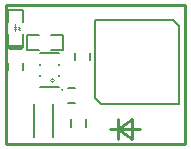
<source format=gbr>
G04 #@! TF.FileFunction,Legend,Top*
%FSLAX46Y46*%
G04 Gerber Fmt 4.6, Leading zero omitted, Abs format (unit mm)*
G04 Created by KiCad (PCBNEW no-vcs-found-product) date 17.07.2015 (пт) 14,56,54 EEST*
%MOMM*%
G01*
G04 APERTURE LIST*
%ADD10C,0.100000*%
%ADD11C,0.254000*%
%ADD12C,0.050000*%
%ADD13C,0.127000*%
%ADD14C,0.203200*%
%ADD15C,0.101600*%
%ADD16C,0.150000*%
G04 APERTURE END LIST*
D10*
D11*
X39700000Y-36500000D02*
X39700000Y-24750000D01*
X35941000Y-36500000D02*
X39700000Y-36500000D01*
X35941000Y-24750000D02*
X39700000Y-24750000D01*
X35941000Y-36500000D02*
X24511000Y-36500000D01*
X24511000Y-24750000D02*
X35941000Y-24750000D01*
X24511000Y-36500000D02*
X24511000Y-24750000D01*
X25717500Y-28282900D02*
X24917400Y-28282900D01*
X25692100Y-28409900D02*
X24866600Y-28409900D01*
X24701500Y-28257500D02*
X24828500Y-28397200D01*
X25844500Y-28257500D02*
X25717500Y-28409900D01*
D12*
X25523000Y-26750000D02*
X25633000Y-26880000D01*
X25653000Y-26890000D02*
X25643000Y-26810000D01*
X25653000Y-26890000D02*
X25573000Y-26890000D01*
X25653000Y-26700000D02*
X25573000Y-26700000D01*
X25653000Y-26700000D02*
X25643000Y-26620000D01*
X25523000Y-26560000D02*
X25633000Y-26690000D01*
D10*
X25383000Y-26770000D02*
X25163000Y-26770000D01*
X25163000Y-26580000D02*
X25263000Y-26680000D01*
X25383000Y-26580000D02*
X25283000Y-26690000D01*
X25383000Y-26580000D02*
X25163000Y-26580000D01*
X25273000Y-26350000D02*
X25273000Y-26930000D01*
D13*
X25908000Y-27178000D02*
X25908000Y-28194000D01*
X25908000Y-28194000D02*
X24638000Y-28194000D01*
X24638000Y-28194000D02*
X24638000Y-27178000D01*
X25908000Y-25146000D02*
X24638000Y-25146000D01*
X24638000Y-25146000D02*
X24638000Y-26162000D01*
X25908000Y-25146000D02*
X25908000Y-26162000D01*
X28321000Y-27305000D02*
X29337000Y-27305000D01*
X29337000Y-27305000D02*
X29337000Y-28575000D01*
X29337000Y-28575000D02*
X28321000Y-28575000D01*
X26289000Y-27305000D02*
X26289000Y-28575000D01*
X26289000Y-28575000D02*
X27305000Y-28575000D01*
X26289000Y-27305000D02*
X27305000Y-27305000D01*
X31305500Y-35039300D02*
X31305500Y-34417000D01*
X30035500Y-35039300D02*
X30035500Y-34417000D01*
X30340300Y-31750000D02*
X29718000Y-31750000D01*
X30340300Y-33020000D02*
X29718000Y-33020000D01*
X25908000Y-30276800D02*
X25908000Y-29654500D01*
X24638000Y-30276800D02*
X24638000Y-29654500D01*
D11*
X35814000Y-35242500D02*
X33274000Y-35242500D01*
X35166300Y-36080700D02*
X33947100Y-35242500D01*
X33947100Y-35242500D02*
X35179000Y-34404300D01*
X33947100Y-36080700D02*
X33947100Y-34404300D01*
X35179000Y-36080700D02*
X35179000Y-34404300D01*
D13*
X30365000Y-28778200D02*
X30365000Y-29400500D01*
X31635000Y-28778200D02*
X31635000Y-29400500D01*
D14*
X27383740Y-28803600D02*
X29004260Y-28803600D01*
X29004260Y-31648400D02*
X27383740Y-31648400D01*
X29004260Y-30652720D02*
X29004260Y-30746700D01*
X29004260Y-29705300D02*
X29004260Y-29799280D01*
X27386280Y-30652720D02*
X27386280Y-30746700D01*
X27386280Y-29705300D02*
X27386280Y-29799280D01*
D15*
X28600973Y-31150560D02*
G75*
G03X28600973Y-31150560I-158053J0D01*
G01*
X29331590Y-31904940D02*
G75*
G03X29331590Y-31904940I-68250J0D01*
G01*
D16*
X26886000Y-35880500D02*
X26886000Y-33080500D01*
X28486000Y-35880500D02*
X28486000Y-33080500D01*
D13*
X32552000Y-33096200D02*
X39156000Y-33096200D01*
X39156000Y-33096200D02*
X39156000Y-26492200D01*
X39156000Y-26492200D02*
X38648000Y-25984200D01*
X38648000Y-25984200D02*
X32044000Y-25984200D01*
X32044000Y-25984200D02*
X32044000Y-32588200D01*
X32044000Y-32588200D02*
X32552000Y-33096200D01*
M02*

</source>
